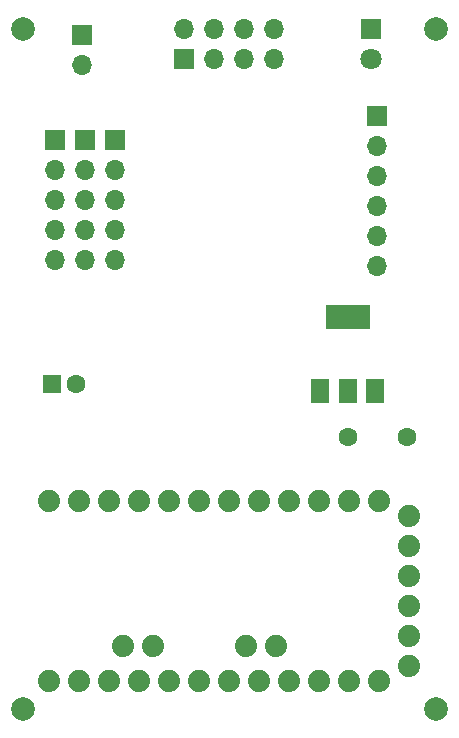
<source format=gbr>
%TF.GenerationSoftware,KiCad,Pcbnew,(6.0.8)*%
%TF.CreationDate,2022-11-21T10:59:59-06:00*%
%TF.ProjectId,Receiver,52656365-6976-4657-922e-6b696361645f,rev?*%
%TF.SameCoordinates,Original*%
%TF.FileFunction,Soldermask,Top*%
%TF.FilePolarity,Negative*%
%FSLAX46Y46*%
G04 Gerber Fmt 4.6, Leading zero omitted, Abs format (unit mm)*
G04 Created by KiCad (PCBNEW (6.0.8)) date 2022-11-21 10:59:59*
%MOMM*%
%LPD*%
G01*
G04 APERTURE LIST*
%ADD10R,1.800000X1.800000*%
%ADD11C,1.800000*%
%ADD12R,1.700000X1.700000*%
%ADD13O,1.700000X1.700000*%
%ADD14R,1.500000X2.000000*%
%ADD15R,3.800000X2.000000*%
%ADD16C,2.000000*%
%ADD17C,1.879600*%
%ADD18R,1.600000X1.600000*%
%ADD19C,1.600000*%
G04 APERTURE END LIST*
D10*
%TO.C,D1*%
X161000000Y-81500000D03*
D11*
X161000000Y-84040000D03*
%TD*%
D12*
%TO.C,J6*%
X161500000Y-88800000D03*
D13*
X161500000Y-91340000D03*
X161500000Y-93880000D03*
X161500000Y-96420000D03*
X161500000Y-98960000D03*
X161500000Y-101500000D03*
%TD*%
D14*
%TO.C,U2*%
X156700000Y-112150000D03*
X159000000Y-112150000D03*
D15*
X159000000Y-105850000D03*
D14*
X161300000Y-112150000D03*
%TD*%
D12*
%TO.C,J4*%
X136500000Y-81960000D03*
D13*
X136500000Y-84500000D03*
%TD*%
D16*
%TO.C,H4*%
X166500000Y-81500000D03*
%TD*%
D12*
%TO.C,J2*%
X136790000Y-90840000D03*
D13*
X136790000Y-93380000D03*
X136790000Y-95920000D03*
X136790000Y-98460000D03*
X136790000Y-101000000D03*
%TD*%
D16*
%TO.C,H2*%
X131500000Y-81500000D03*
%TD*%
D12*
%TO.C,J1*%
X134250000Y-90840000D03*
D13*
X134250000Y-93380000D03*
X134250000Y-95920000D03*
X134250000Y-98460000D03*
X134250000Y-101000000D03*
%TD*%
D17*
%TO.C,U1*%
X164240000Y-135350000D03*
X164240000Y-132810000D03*
X164240000Y-130270000D03*
X164240000Y-127730000D03*
X164240000Y-125190000D03*
X164240000Y-122650000D03*
X150397000Y-133699000D03*
X152937000Y-133699000D03*
X139983000Y-133699000D03*
X142523000Y-133699000D03*
X161700000Y-136620000D03*
X159160000Y-136620000D03*
X156620000Y-136620000D03*
X154080000Y-136620000D03*
X151540000Y-136620000D03*
X149000000Y-136620000D03*
X146460000Y-136620000D03*
X143920000Y-136620000D03*
X141380000Y-136620000D03*
X138840000Y-136620000D03*
X136300000Y-136620000D03*
X133760000Y-136620000D03*
X133760000Y-121380000D03*
X136300000Y-121380000D03*
X138840000Y-121380000D03*
X141380000Y-121380000D03*
X143920000Y-121380000D03*
X146460000Y-121380000D03*
X149000000Y-121380000D03*
X151540000Y-121380000D03*
X154080000Y-121380000D03*
X156620000Y-121380000D03*
X159160000Y-121380000D03*
X161700000Y-121380000D03*
%TD*%
D16*
%TO.C,H1*%
X166500000Y-139000000D03*
%TD*%
D18*
%TO.C,C2*%
X134000000Y-111500000D03*
D19*
X136000000Y-111500000D03*
%TD*%
%TO.C,C1*%
X164000000Y-116000000D03*
X159000000Y-116000000D03*
%TD*%
D12*
%TO.C,J3*%
X139330000Y-90840000D03*
D13*
X139330000Y-93380000D03*
X139330000Y-95920000D03*
X139330000Y-98460000D03*
X139330000Y-101000000D03*
%TD*%
D12*
%TO.C,J5*%
X145190000Y-84000000D03*
D13*
X145190000Y-81460000D03*
X147730000Y-84000000D03*
X147730000Y-81460000D03*
X150270000Y-84000000D03*
X150270000Y-81460000D03*
X152810000Y-84000000D03*
X152810000Y-81460000D03*
%TD*%
D16*
%TO.C,H3*%
X131500000Y-139000000D03*
%TD*%
M02*

</source>
